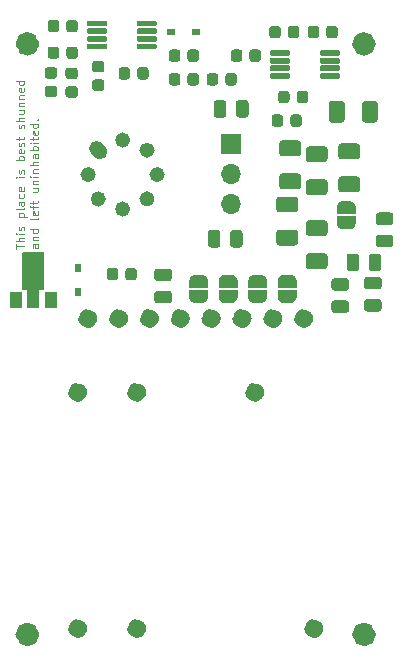
<source format=gbr>
%TF.GenerationSoftware,KiCad,Pcbnew,(5.1.6)-1*%
%TF.CreationDate,2021-07-30T20:13:56+02:00*%
%TF.ProjectId,mu-ltz,6d752d6c-747a-42e6-9b69-6361645f7063,rev?*%
%TF.SameCoordinates,Original*%
%TF.FileFunction,Soldermask,Top*%
%TF.FilePolarity,Negative*%
%FSLAX46Y46*%
G04 Gerber Fmt 4.6, Leading zero omitted, Abs format (unit mm)*
G04 Created by KiCad (PCBNEW (5.1.6)-1) date 2021-07-30 20:13:56*
%MOMM*%
%LPD*%
G01*
G04 APERTURE LIST*
%ADD10C,0.125000*%
%ADD11C,1.400000*%
%ADD12C,1.000000*%
%ADD13C,0.150000*%
%ADD14R,1.000000X1.400000*%
%ADD15R,1.700000X1.700000*%
%ADD16O,1.700000X1.700000*%
%ADD17R,0.700000X0.550000*%
%ADD18R,0.550000X0.700000*%
G04 APERTURE END LIST*
D10*
X102029166Y-64352083D02*
X102029166Y-63952083D01*
X102729166Y-64152083D02*
X102029166Y-64152083D01*
X102729166Y-63718750D02*
X102029166Y-63718750D01*
X102729166Y-63418750D02*
X102362500Y-63418750D01*
X102295833Y-63452083D01*
X102262500Y-63518750D01*
X102262500Y-63618750D01*
X102295833Y-63685416D01*
X102329166Y-63718750D01*
X102729166Y-63085416D02*
X102262500Y-63085416D01*
X102029166Y-63085416D02*
X102062500Y-63118750D01*
X102095833Y-63085416D01*
X102062500Y-63052083D01*
X102029166Y-63085416D01*
X102095833Y-63085416D01*
X102695833Y-62785416D02*
X102729166Y-62718750D01*
X102729166Y-62585416D01*
X102695833Y-62518750D01*
X102629166Y-62485416D01*
X102595833Y-62485416D01*
X102529166Y-62518750D01*
X102495833Y-62585416D01*
X102495833Y-62685416D01*
X102462500Y-62752083D01*
X102395833Y-62785416D01*
X102362500Y-62785416D01*
X102295833Y-62752083D01*
X102262500Y-62685416D01*
X102262500Y-62585416D01*
X102295833Y-62518750D01*
X102262500Y-61652083D02*
X102962500Y-61652083D01*
X102295833Y-61652083D02*
X102262500Y-61585416D01*
X102262500Y-61452083D01*
X102295833Y-61385416D01*
X102329166Y-61352083D01*
X102395833Y-61318750D01*
X102595833Y-61318750D01*
X102662500Y-61352083D01*
X102695833Y-61385416D01*
X102729166Y-61452083D01*
X102729166Y-61585416D01*
X102695833Y-61652083D01*
X102729166Y-60918750D02*
X102695833Y-60985416D01*
X102629166Y-61018750D01*
X102029166Y-61018750D01*
X102729166Y-60352083D02*
X102362500Y-60352083D01*
X102295833Y-60385416D01*
X102262500Y-60452083D01*
X102262500Y-60585416D01*
X102295833Y-60652083D01*
X102695833Y-60352083D02*
X102729166Y-60418750D01*
X102729166Y-60585416D01*
X102695833Y-60652083D01*
X102629166Y-60685416D01*
X102562500Y-60685416D01*
X102495833Y-60652083D01*
X102462500Y-60585416D01*
X102462500Y-60418750D01*
X102429166Y-60352083D01*
X102695833Y-59718750D02*
X102729166Y-59785416D01*
X102729166Y-59918750D01*
X102695833Y-59985416D01*
X102662500Y-60018750D01*
X102595833Y-60052083D01*
X102395833Y-60052083D01*
X102329166Y-60018750D01*
X102295833Y-59985416D01*
X102262500Y-59918750D01*
X102262500Y-59785416D01*
X102295833Y-59718750D01*
X102695833Y-59152083D02*
X102729166Y-59218750D01*
X102729166Y-59352083D01*
X102695833Y-59418750D01*
X102629166Y-59452083D01*
X102362500Y-59452083D01*
X102295833Y-59418750D01*
X102262500Y-59352083D01*
X102262500Y-59218750D01*
X102295833Y-59152083D01*
X102362500Y-59118750D01*
X102429166Y-59118750D01*
X102495833Y-59452083D01*
X102729166Y-58285416D02*
X102262500Y-58285416D01*
X102029166Y-58285416D02*
X102062500Y-58318750D01*
X102095833Y-58285416D01*
X102062500Y-58252083D01*
X102029166Y-58285416D01*
X102095833Y-58285416D01*
X102695833Y-57985416D02*
X102729166Y-57918750D01*
X102729166Y-57785416D01*
X102695833Y-57718750D01*
X102629166Y-57685416D01*
X102595833Y-57685416D01*
X102529166Y-57718750D01*
X102495833Y-57785416D01*
X102495833Y-57885416D01*
X102462500Y-57952083D01*
X102395833Y-57985416D01*
X102362500Y-57985416D01*
X102295833Y-57952083D01*
X102262500Y-57885416D01*
X102262500Y-57785416D01*
X102295833Y-57718750D01*
X102729166Y-56852083D02*
X102029166Y-56852083D01*
X102295833Y-56852083D02*
X102262500Y-56785416D01*
X102262500Y-56652083D01*
X102295833Y-56585416D01*
X102329166Y-56552083D01*
X102395833Y-56518750D01*
X102595833Y-56518750D01*
X102662500Y-56552083D01*
X102695833Y-56585416D01*
X102729166Y-56652083D01*
X102729166Y-56785416D01*
X102695833Y-56852083D01*
X102695833Y-55952083D02*
X102729166Y-56018750D01*
X102729166Y-56152083D01*
X102695833Y-56218750D01*
X102629166Y-56252083D01*
X102362500Y-56252083D01*
X102295833Y-56218750D01*
X102262500Y-56152083D01*
X102262500Y-56018750D01*
X102295833Y-55952083D01*
X102362500Y-55918750D01*
X102429166Y-55918750D01*
X102495833Y-56252083D01*
X102695833Y-55652083D02*
X102729166Y-55585416D01*
X102729166Y-55452083D01*
X102695833Y-55385416D01*
X102629166Y-55352083D01*
X102595833Y-55352083D01*
X102529166Y-55385416D01*
X102495833Y-55452083D01*
X102495833Y-55552083D01*
X102462500Y-55618750D01*
X102395833Y-55652083D01*
X102362500Y-55652083D01*
X102295833Y-55618750D01*
X102262500Y-55552083D01*
X102262500Y-55452083D01*
X102295833Y-55385416D01*
X102262500Y-55152083D02*
X102262500Y-54885416D01*
X102029166Y-55052083D02*
X102629166Y-55052083D01*
X102695833Y-55018750D01*
X102729166Y-54952083D01*
X102729166Y-54885416D01*
X102695833Y-54152083D02*
X102729166Y-54085416D01*
X102729166Y-53952083D01*
X102695833Y-53885416D01*
X102629166Y-53852083D01*
X102595833Y-53852083D01*
X102529166Y-53885416D01*
X102495833Y-53952083D01*
X102495833Y-54052083D01*
X102462500Y-54118750D01*
X102395833Y-54152083D01*
X102362500Y-54152083D01*
X102295833Y-54118750D01*
X102262500Y-54052083D01*
X102262500Y-53952083D01*
X102295833Y-53885416D01*
X102729166Y-53552083D02*
X102029166Y-53552083D01*
X102729166Y-53252083D02*
X102362500Y-53252083D01*
X102295833Y-53285416D01*
X102262500Y-53352083D01*
X102262500Y-53452083D01*
X102295833Y-53518750D01*
X102329166Y-53552083D01*
X102262500Y-52618750D02*
X102729166Y-52618750D01*
X102262500Y-52918750D02*
X102629166Y-52918750D01*
X102695833Y-52885416D01*
X102729166Y-52818750D01*
X102729166Y-52718750D01*
X102695833Y-52652083D01*
X102662500Y-52618750D01*
X102262500Y-52285416D02*
X102729166Y-52285416D01*
X102329166Y-52285416D02*
X102295833Y-52252083D01*
X102262500Y-52185416D01*
X102262500Y-52085416D01*
X102295833Y-52018750D01*
X102362500Y-51985416D01*
X102729166Y-51985416D01*
X102262500Y-51652083D02*
X102729166Y-51652083D01*
X102329166Y-51652083D02*
X102295833Y-51618750D01*
X102262500Y-51552083D01*
X102262500Y-51452083D01*
X102295833Y-51385416D01*
X102362500Y-51352083D01*
X102729166Y-51352083D01*
X102695833Y-50752083D02*
X102729166Y-50818750D01*
X102729166Y-50952083D01*
X102695833Y-51018750D01*
X102629166Y-51052083D01*
X102362500Y-51052083D01*
X102295833Y-51018750D01*
X102262500Y-50952083D01*
X102262500Y-50818750D01*
X102295833Y-50752083D01*
X102362500Y-50718750D01*
X102429166Y-50718750D01*
X102495833Y-51052083D01*
X102729166Y-50118750D02*
X102029166Y-50118750D01*
X102695833Y-50118750D02*
X102729166Y-50185416D01*
X102729166Y-50318750D01*
X102695833Y-50385416D01*
X102662500Y-50418750D01*
X102595833Y-50452083D01*
X102395833Y-50452083D01*
X102329166Y-50418750D01*
X102295833Y-50385416D01*
X102262500Y-50318750D01*
X102262500Y-50185416D01*
X102295833Y-50118750D01*
X103904166Y-63952083D02*
X103537500Y-63952083D01*
X103470833Y-63985416D01*
X103437500Y-64052083D01*
X103437500Y-64185416D01*
X103470833Y-64252083D01*
X103870833Y-63952083D02*
X103904166Y-64018750D01*
X103904166Y-64185416D01*
X103870833Y-64252083D01*
X103804166Y-64285416D01*
X103737500Y-64285416D01*
X103670833Y-64252083D01*
X103637500Y-64185416D01*
X103637500Y-64018750D01*
X103604166Y-63952083D01*
X103437500Y-63618750D02*
X103904166Y-63618750D01*
X103504166Y-63618750D02*
X103470833Y-63585416D01*
X103437500Y-63518750D01*
X103437500Y-63418750D01*
X103470833Y-63352083D01*
X103537500Y-63318750D01*
X103904166Y-63318750D01*
X103904166Y-62685416D02*
X103204166Y-62685416D01*
X103870833Y-62685416D02*
X103904166Y-62752083D01*
X103904166Y-62885416D01*
X103870833Y-62952083D01*
X103837500Y-62985416D01*
X103770833Y-63018750D01*
X103570833Y-63018750D01*
X103504166Y-62985416D01*
X103470833Y-62952083D01*
X103437500Y-62885416D01*
X103437500Y-62752083D01*
X103470833Y-62685416D01*
X103904166Y-61718750D02*
X103870833Y-61785416D01*
X103804166Y-61818750D01*
X103204166Y-61818750D01*
X103870833Y-61185416D02*
X103904166Y-61252083D01*
X103904166Y-61385416D01*
X103870833Y-61452083D01*
X103804166Y-61485416D01*
X103537500Y-61485416D01*
X103470833Y-61452083D01*
X103437500Y-61385416D01*
X103437500Y-61252083D01*
X103470833Y-61185416D01*
X103537500Y-61152083D01*
X103604166Y-61152083D01*
X103670833Y-61485416D01*
X103437500Y-60952083D02*
X103437500Y-60685416D01*
X103904166Y-60852083D02*
X103304166Y-60852083D01*
X103237500Y-60818750D01*
X103204166Y-60752083D01*
X103204166Y-60685416D01*
X103437500Y-60552083D02*
X103437500Y-60285416D01*
X103204166Y-60452083D02*
X103804166Y-60452083D01*
X103870833Y-60418750D01*
X103904166Y-60352083D01*
X103904166Y-60285416D01*
X103437500Y-59218750D02*
X103904166Y-59218750D01*
X103437500Y-59518750D02*
X103804166Y-59518750D01*
X103870833Y-59485416D01*
X103904166Y-59418750D01*
X103904166Y-59318750D01*
X103870833Y-59252083D01*
X103837500Y-59218750D01*
X103437500Y-58885416D02*
X103904166Y-58885416D01*
X103504166Y-58885416D02*
X103470833Y-58852083D01*
X103437500Y-58785416D01*
X103437500Y-58685416D01*
X103470833Y-58618750D01*
X103537500Y-58585416D01*
X103904166Y-58585416D01*
X103904166Y-58252083D02*
X103437500Y-58252083D01*
X103204166Y-58252083D02*
X103237500Y-58285416D01*
X103270833Y-58252083D01*
X103237500Y-58218750D01*
X103204166Y-58252083D01*
X103270833Y-58252083D01*
X103437500Y-57918750D02*
X103904166Y-57918750D01*
X103504166Y-57918750D02*
X103470833Y-57885416D01*
X103437500Y-57818750D01*
X103437500Y-57718750D01*
X103470833Y-57652083D01*
X103537500Y-57618750D01*
X103904166Y-57618750D01*
X103904166Y-57285416D02*
X103204166Y-57285416D01*
X103904166Y-56985416D02*
X103537500Y-56985416D01*
X103470833Y-57018750D01*
X103437500Y-57085416D01*
X103437500Y-57185416D01*
X103470833Y-57252083D01*
X103504166Y-57285416D01*
X103904166Y-56352083D02*
X103537500Y-56352083D01*
X103470833Y-56385416D01*
X103437500Y-56452083D01*
X103437500Y-56585416D01*
X103470833Y-56652083D01*
X103870833Y-56352083D02*
X103904166Y-56418750D01*
X103904166Y-56585416D01*
X103870833Y-56652083D01*
X103804166Y-56685416D01*
X103737500Y-56685416D01*
X103670833Y-56652083D01*
X103637500Y-56585416D01*
X103637500Y-56418750D01*
X103604166Y-56352083D01*
X103904166Y-56018750D02*
X103204166Y-56018750D01*
X103470833Y-56018750D02*
X103437500Y-55952083D01*
X103437500Y-55818750D01*
X103470833Y-55752083D01*
X103504166Y-55718750D01*
X103570833Y-55685416D01*
X103770833Y-55685416D01*
X103837500Y-55718750D01*
X103870833Y-55752083D01*
X103904166Y-55818750D01*
X103904166Y-55952083D01*
X103870833Y-56018750D01*
X103904166Y-55385416D02*
X103437500Y-55385416D01*
X103204166Y-55385416D02*
X103237500Y-55418750D01*
X103270833Y-55385416D01*
X103237500Y-55352083D01*
X103204166Y-55385416D01*
X103270833Y-55385416D01*
X103437500Y-55152083D02*
X103437500Y-54885416D01*
X103204166Y-55052083D02*
X103804166Y-55052083D01*
X103870833Y-55018750D01*
X103904166Y-54952083D01*
X103904166Y-54885416D01*
X103870833Y-54385416D02*
X103904166Y-54452083D01*
X103904166Y-54585416D01*
X103870833Y-54652083D01*
X103804166Y-54685416D01*
X103537500Y-54685416D01*
X103470833Y-54652083D01*
X103437500Y-54585416D01*
X103437500Y-54452083D01*
X103470833Y-54385416D01*
X103537500Y-54352083D01*
X103604166Y-54352083D01*
X103670833Y-54685416D01*
X103904166Y-53752083D02*
X103204166Y-53752083D01*
X103870833Y-53752083D02*
X103904166Y-53818750D01*
X103904166Y-53952083D01*
X103870833Y-54018750D01*
X103837500Y-54052083D01*
X103770833Y-54085416D01*
X103570833Y-54085416D01*
X103504166Y-54052083D01*
X103470833Y-54018750D01*
X103437500Y-53952083D01*
X103437500Y-53818750D01*
X103470833Y-53752083D01*
X103837500Y-53418750D02*
X103870833Y-53385416D01*
X103904166Y-53418750D01*
X103870833Y-53452083D01*
X103837500Y-53418750D01*
X103904166Y-53418750D01*
D11*
X126489000Y-70250000D02*
G75*
G03*
X126489000Y-70250000I-100000J0D01*
G01*
X123878000Y-70250000D02*
G75*
G03*
X123878000Y-70250000I-100000J0D01*
G01*
X121267000Y-70250000D02*
G75*
G03*
X121267000Y-70250000I-100000J0D01*
G01*
X118656000Y-70250000D02*
G75*
G03*
X118656000Y-70250000I-100000J0D01*
G01*
X116044000Y-70250000D02*
G75*
G03*
X116044000Y-70250000I-100000J0D01*
G01*
X113433000Y-70250000D02*
G75*
G03*
X113433000Y-70250000I-100000J0D01*
G01*
X110822000Y-70250000D02*
G75*
G03*
X110822000Y-70250000I-100000J0D01*
G01*
X108211000Y-70250000D02*
G75*
G03*
X108211000Y-70250000I-100000J0D01*
G01*
D12*
X103500000Y-47000000D02*
G75*
G03*
X103500000Y-47000000I-500000J0D01*
G01*
X132000000Y-47000000D02*
G75*
G03*
X132000000Y-47000000I-500000J0D01*
G01*
D11*
X127350000Y-96500000D02*
G75*
G03*
X127350000Y-96500000I-100000J0D01*
G01*
X112350000Y-96500000D02*
G75*
G03*
X112350000Y-96500000I-100000J0D01*
G01*
X107350000Y-96500000D02*
G75*
G03*
X107350000Y-96500000I-100000J0D01*
G01*
X122350000Y-76500000D02*
G75*
G03*
X122350000Y-76500000I-100000J0D01*
G01*
X112350000Y-76500000D02*
G75*
G03*
X112350000Y-76500000I-100000J0D01*
G01*
X107350000Y-76500000D02*
G75*
G03*
X107350000Y-76500000I-100000J0D01*
G01*
D12*
X103500000Y-97000000D02*
G75*
G03*
X103500000Y-97000000I-500000J0D01*
G01*
X132000000Y-97000000D02*
G75*
G03*
X132000000Y-97000000I-500000J0D01*
G01*
%TO.C,R10*%
G36*
G01*
X121200000Y-47718750D02*
X121200000Y-48281250D01*
G75*
G02*
X120956250Y-48525000I-243750J0D01*
G01*
X120468750Y-48525000D01*
G75*
G02*
X120225000Y-48281250I0J243750D01*
G01*
X120225000Y-47718750D01*
G75*
G02*
X120468750Y-47475000I243750J0D01*
G01*
X120956250Y-47475000D01*
G75*
G02*
X121200000Y-47718750I0J-243750D01*
G01*
G37*
G36*
G01*
X122775000Y-47718750D02*
X122775000Y-48281250D01*
G75*
G02*
X122531250Y-48525000I-243750J0D01*
G01*
X122043750Y-48525000D01*
G75*
G02*
X121800000Y-48281250I0J243750D01*
G01*
X121800000Y-47718750D01*
G75*
G02*
X122043750Y-47475000I243750J0D01*
G01*
X122531250Y-47475000D01*
G75*
G02*
X122775000Y-47718750I0J-243750D01*
G01*
G37*
%TD*%
D13*
%TO.C,Q1*%
G36*
X102584461Y-64690245D02*
G01*
X102587306Y-64680866D01*
X102591927Y-64672221D01*
X102598145Y-64664645D01*
X102605721Y-64658427D01*
X102614366Y-64653806D01*
X102623745Y-64650961D01*
X102633500Y-64650000D01*
X104366500Y-64650000D01*
X104376255Y-64650961D01*
X104385634Y-64653806D01*
X104394279Y-64658427D01*
X104401855Y-64664645D01*
X104408073Y-64672221D01*
X104412694Y-64680866D01*
X104415539Y-64690245D01*
X104416500Y-64700000D01*
X104416500Y-67825000D01*
X104415539Y-67834755D01*
X104412694Y-67844134D01*
X104408073Y-67852779D01*
X104401855Y-67860355D01*
X104394279Y-67866573D01*
X104385634Y-67871194D01*
X104376255Y-67874039D01*
X104366500Y-67875000D01*
X104000000Y-67875000D01*
X104000000Y-69300000D01*
X103999039Y-69309755D01*
X103996194Y-69319134D01*
X103991573Y-69327779D01*
X103985355Y-69335355D01*
X103977779Y-69341573D01*
X103969134Y-69346194D01*
X103959755Y-69349039D01*
X103950000Y-69350000D01*
X103050000Y-69350000D01*
X103040245Y-69349039D01*
X103030866Y-69346194D01*
X103022221Y-69341573D01*
X103014645Y-69335355D01*
X103008427Y-69327779D01*
X103003806Y-69319134D01*
X103000961Y-69309755D01*
X103000000Y-69300000D01*
X103000000Y-67875000D01*
X102633500Y-67875000D01*
X102623745Y-67874039D01*
X102614366Y-67871194D01*
X102605721Y-67866573D01*
X102598145Y-67860355D01*
X102591927Y-67852779D01*
X102587306Y-67844134D01*
X102584461Y-67834755D01*
X102583500Y-67825000D01*
X102583500Y-64700000D01*
X102584461Y-64690245D01*
G37*
D14*
X105000000Y-68650000D03*
X102000000Y-68650000D03*
%TD*%
%TO.C,C6*%
G36*
G01*
X132731250Y-67787500D02*
X131768750Y-67787500D01*
G75*
G02*
X131500000Y-67518750I0J268750D01*
G01*
X131500000Y-66981250D01*
G75*
G02*
X131768750Y-66712500I268750J0D01*
G01*
X132731250Y-66712500D01*
G75*
G02*
X133000000Y-66981250I0J-268750D01*
G01*
X133000000Y-67518750D01*
G75*
G02*
X132731250Y-67787500I-268750J0D01*
G01*
G37*
G36*
G01*
X132731250Y-69662500D02*
X131768750Y-69662500D01*
G75*
G02*
X131500000Y-69393750I0J268750D01*
G01*
X131500000Y-68856250D01*
G75*
G02*
X131768750Y-68587500I268750J0D01*
G01*
X132731250Y-68587500D01*
G75*
G02*
X133000000Y-68856250I0J-268750D01*
G01*
X133000000Y-69393750D01*
G75*
G02*
X132731250Y-69662500I-268750J0D01*
G01*
G37*
%TD*%
D13*
%TO.C,JP3*%
G36*
X121700602Y-67093889D02*
G01*
X121700602Y-67075466D01*
X121700843Y-67070565D01*
X121705653Y-67021734D01*
X121706373Y-67016881D01*
X121715945Y-66968756D01*
X121717137Y-66963995D01*
X121731381Y-66917040D01*
X121733034Y-66912421D01*
X121751811Y-66867088D01*
X121753909Y-66862651D01*
X121777040Y-66819378D01*
X121779562Y-66815171D01*
X121806822Y-66774372D01*
X121809746Y-66770430D01*
X121840874Y-66732501D01*
X121844169Y-66728866D01*
X121878866Y-66694169D01*
X121882501Y-66690874D01*
X121920430Y-66659746D01*
X121924372Y-66656822D01*
X121965171Y-66629562D01*
X121969378Y-66627040D01*
X122012651Y-66603909D01*
X122017088Y-66601811D01*
X122062421Y-66583034D01*
X122067040Y-66581381D01*
X122113995Y-66567137D01*
X122118756Y-66565945D01*
X122166881Y-66556373D01*
X122171734Y-66555653D01*
X122220565Y-66550843D01*
X122225466Y-66550602D01*
X122243889Y-66550602D01*
X122250000Y-66550000D01*
X122750000Y-66550000D01*
X122756111Y-66550602D01*
X122774534Y-66550602D01*
X122779435Y-66550843D01*
X122828266Y-66555653D01*
X122833119Y-66556373D01*
X122881244Y-66565945D01*
X122886005Y-66567137D01*
X122932960Y-66581381D01*
X122937579Y-66583034D01*
X122982912Y-66601811D01*
X122987349Y-66603909D01*
X123030622Y-66627040D01*
X123034829Y-66629562D01*
X123075628Y-66656822D01*
X123079570Y-66659746D01*
X123117499Y-66690874D01*
X123121134Y-66694169D01*
X123155831Y-66728866D01*
X123159126Y-66732501D01*
X123190254Y-66770430D01*
X123193178Y-66774372D01*
X123220438Y-66815171D01*
X123222960Y-66819378D01*
X123246091Y-66862651D01*
X123248189Y-66867088D01*
X123266966Y-66912421D01*
X123268619Y-66917040D01*
X123282863Y-66963995D01*
X123284055Y-66968756D01*
X123293627Y-67016881D01*
X123294347Y-67021734D01*
X123299157Y-67070565D01*
X123299398Y-67075466D01*
X123299398Y-67093889D01*
X123300000Y-67100000D01*
X123300000Y-67600000D01*
X123299039Y-67609755D01*
X123296194Y-67619134D01*
X123291573Y-67627779D01*
X123285355Y-67635355D01*
X123277779Y-67641573D01*
X123269134Y-67646194D01*
X123259755Y-67649039D01*
X123250000Y-67650000D01*
X121750000Y-67650000D01*
X121740245Y-67649039D01*
X121730866Y-67646194D01*
X121722221Y-67641573D01*
X121714645Y-67635355D01*
X121708427Y-67627779D01*
X121703806Y-67619134D01*
X121700961Y-67609755D01*
X121700000Y-67600000D01*
X121700000Y-67100000D01*
X121700602Y-67093889D01*
G37*
G36*
X121700961Y-67890245D02*
G01*
X121703806Y-67880866D01*
X121708427Y-67872221D01*
X121714645Y-67864645D01*
X121722221Y-67858427D01*
X121730866Y-67853806D01*
X121740245Y-67850961D01*
X121750000Y-67850000D01*
X123250000Y-67850000D01*
X123259755Y-67850961D01*
X123269134Y-67853806D01*
X123277779Y-67858427D01*
X123285355Y-67864645D01*
X123291573Y-67872221D01*
X123296194Y-67880866D01*
X123299039Y-67890245D01*
X123300000Y-67900000D01*
X123300000Y-68400000D01*
X123299398Y-68406111D01*
X123299398Y-68424534D01*
X123299157Y-68429435D01*
X123294347Y-68478266D01*
X123293627Y-68483119D01*
X123284055Y-68531244D01*
X123282863Y-68536005D01*
X123268619Y-68582960D01*
X123266966Y-68587579D01*
X123248189Y-68632912D01*
X123246091Y-68637349D01*
X123222960Y-68680622D01*
X123220438Y-68684829D01*
X123193178Y-68725628D01*
X123190254Y-68729570D01*
X123159126Y-68767499D01*
X123155831Y-68771134D01*
X123121134Y-68805831D01*
X123117499Y-68809126D01*
X123079570Y-68840254D01*
X123075628Y-68843178D01*
X123034829Y-68870438D01*
X123030622Y-68872960D01*
X122987349Y-68896091D01*
X122982912Y-68898189D01*
X122937579Y-68916966D01*
X122932960Y-68918619D01*
X122886005Y-68932863D01*
X122881244Y-68934055D01*
X122833119Y-68943627D01*
X122828266Y-68944347D01*
X122779435Y-68949157D01*
X122774534Y-68949398D01*
X122756111Y-68949398D01*
X122750000Y-68950000D01*
X122250000Y-68950000D01*
X122243889Y-68949398D01*
X122225466Y-68949398D01*
X122220565Y-68949157D01*
X122171734Y-68944347D01*
X122166881Y-68943627D01*
X122118756Y-68934055D01*
X122113995Y-68932863D01*
X122067040Y-68918619D01*
X122062421Y-68916966D01*
X122017088Y-68898189D01*
X122012651Y-68896091D01*
X121969378Y-68872960D01*
X121965171Y-68870438D01*
X121924372Y-68843178D01*
X121920430Y-68840254D01*
X121882501Y-68809126D01*
X121878866Y-68805831D01*
X121844169Y-68771134D01*
X121840874Y-68767499D01*
X121809746Y-68729570D01*
X121806822Y-68725628D01*
X121779562Y-68684829D01*
X121777040Y-68680622D01*
X121753909Y-68637349D01*
X121751811Y-68632912D01*
X121733034Y-68587579D01*
X121731381Y-68582960D01*
X121717137Y-68536005D01*
X121715945Y-68531244D01*
X121706373Y-68483119D01*
X121705653Y-68478266D01*
X121700843Y-68429435D01*
X121700602Y-68424534D01*
X121700602Y-68406111D01*
X121700000Y-68400000D01*
X121700000Y-67900000D01*
X121700961Y-67890245D01*
G37*
%TD*%
%TO.C,C8*%
G36*
G01*
X112300000Y-49781250D02*
X112300000Y-49218750D01*
G75*
G02*
X112543750Y-48975000I243750J0D01*
G01*
X113031250Y-48975000D01*
G75*
G02*
X113275000Y-49218750I0J-243750D01*
G01*
X113275000Y-49781250D01*
G75*
G02*
X113031250Y-50025000I-243750J0D01*
G01*
X112543750Y-50025000D01*
G75*
G02*
X112300000Y-49781250I0J243750D01*
G01*
G37*
G36*
G01*
X110725000Y-49781250D02*
X110725000Y-49218750D01*
G75*
G02*
X110968750Y-48975000I243750J0D01*
G01*
X111456250Y-48975000D01*
G75*
G02*
X111700000Y-49218750I0J-243750D01*
G01*
X111700000Y-49781250D01*
G75*
G02*
X111456250Y-50025000I-243750J0D01*
G01*
X110968750Y-50025000D01*
G75*
G02*
X110725000Y-49781250I0J243750D01*
G01*
G37*
%TD*%
%TO.C,U1*%
G36*
G01*
X110605133Y-54685133D02*
X110605133Y-54685133D01*
G75*
G02*
X111524371Y-54685133I459619J-459619D01*
G01*
X111524371Y-54685133D01*
G75*
G02*
X111524371Y-55604371I-459619J-459619D01*
G01*
X111524371Y-55604371D01*
G75*
G02*
X110605133Y-55604371I-459619J459619D01*
G01*
X110605133Y-55604371D01*
G75*
G02*
X110605133Y-54685133I459619J459619D01*
G01*
G37*
G36*
G01*
X112669885Y-55540381D02*
X112669885Y-55540381D01*
G75*
G02*
X113589123Y-55540381I459619J-459619D01*
G01*
X113589123Y-55540381D01*
G75*
G02*
X113589123Y-56459619I-459619J-459619D01*
G01*
X113589123Y-56459619D01*
G75*
G02*
X112669885Y-56459619I-459619J459619D01*
G01*
X112669885Y-56459619D01*
G75*
G02*
X112669885Y-55540381I459619J459619D01*
G01*
G37*
G36*
G01*
X113525133Y-57605133D02*
X113525133Y-57605133D01*
G75*
G02*
X114444371Y-57605133I459619J-459619D01*
G01*
X114444371Y-57605133D01*
G75*
G02*
X114444371Y-58524371I-459619J-459619D01*
G01*
X114444371Y-58524371D01*
G75*
G02*
X113525133Y-58524371I-459619J459619D01*
G01*
X113525133Y-58524371D01*
G75*
G02*
X113525133Y-57605133I459619J459619D01*
G01*
G37*
G36*
G01*
X112669885Y-59669885D02*
X112669885Y-59669885D01*
G75*
G02*
X113589123Y-59669885I459619J-459619D01*
G01*
X113589123Y-59669885D01*
G75*
G02*
X113589123Y-60589123I-459619J-459619D01*
G01*
X113589123Y-60589123D01*
G75*
G02*
X112669885Y-60589123I-459619J459619D01*
G01*
X112669885Y-60589123D01*
G75*
G02*
X112669885Y-59669885I459619J459619D01*
G01*
G37*
G36*
G01*
X110605133Y-60525133D02*
X110605133Y-60525133D01*
G75*
G02*
X111524371Y-60525133I459619J-459619D01*
G01*
X111524371Y-60525133D01*
G75*
G02*
X111524371Y-61444371I-459619J-459619D01*
G01*
X111524371Y-61444371D01*
G75*
G02*
X110605133Y-61444371I-459619J459619D01*
G01*
X110605133Y-61444371D01*
G75*
G02*
X110605133Y-60525133I459619J459619D01*
G01*
G37*
G36*
G01*
X108540381Y-59669885D02*
X108540381Y-59669885D01*
G75*
G02*
X109459619Y-59669885I459619J-459619D01*
G01*
X109459619Y-59669885D01*
G75*
G02*
X109459619Y-60589123I-459619J-459619D01*
G01*
X109459619Y-60589123D01*
G75*
G02*
X108540381Y-60589123I-459619J459619D01*
G01*
X108540381Y-60589123D01*
G75*
G02*
X108540381Y-59669885I459619J459619D01*
G01*
G37*
G36*
G01*
X107685133Y-57605133D02*
X107685133Y-57605133D01*
G75*
G02*
X108604371Y-57605133I459619J-459619D01*
G01*
X108604371Y-57605133D01*
G75*
G02*
X108604371Y-58524371I-459619J-459619D01*
G01*
X108604371Y-58524371D01*
G75*
G02*
X107685133Y-58524371I-459619J459619D01*
G01*
X107685133Y-58524371D01*
G75*
G02*
X107685133Y-57605133I459619J459619D01*
G01*
G37*
G36*
G01*
X108398959Y-55398959D02*
X108398960Y-55398960D01*
G75*
G02*
X109318198Y-55398960I459619J-459619D01*
G01*
X109601040Y-55681802D01*
G75*
G02*
X109601040Y-56601040I-459619J-459619D01*
G01*
X109601040Y-56601040D01*
G75*
G02*
X108681802Y-56601040I-459619J459619D01*
G01*
X108398960Y-56318198D01*
G75*
G02*
X108398960Y-55398960I459619J459619D01*
G01*
G37*
%TD*%
%TO.C,U3*%
G36*
G01*
X127750000Y-47900000D02*
X127750000Y-47650000D01*
G75*
G02*
X127875000Y-47525000I125000J0D01*
G01*
X129350000Y-47525000D01*
G75*
G02*
X129475000Y-47650000I0J-125000D01*
G01*
X129475000Y-47900000D01*
G75*
G02*
X129350000Y-48025000I-125000J0D01*
G01*
X127875000Y-48025000D01*
G75*
G02*
X127750000Y-47900000I0J125000D01*
G01*
G37*
G36*
G01*
X127750000Y-48550000D02*
X127750000Y-48300000D01*
G75*
G02*
X127875000Y-48175000I125000J0D01*
G01*
X129350000Y-48175000D01*
G75*
G02*
X129475000Y-48300000I0J-125000D01*
G01*
X129475000Y-48550000D01*
G75*
G02*
X129350000Y-48675000I-125000J0D01*
G01*
X127875000Y-48675000D01*
G75*
G02*
X127750000Y-48550000I0J125000D01*
G01*
G37*
G36*
G01*
X127750000Y-49200000D02*
X127750000Y-48950000D01*
G75*
G02*
X127875000Y-48825000I125000J0D01*
G01*
X129350000Y-48825000D01*
G75*
G02*
X129475000Y-48950000I0J-125000D01*
G01*
X129475000Y-49200000D01*
G75*
G02*
X129350000Y-49325000I-125000J0D01*
G01*
X127875000Y-49325000D01*
G75*
G02*
X127750000Y-49200000I0J125000D01*
G01*
G37*
G36*
G01*
X127750000Y-49850000D02*
X127750000Y-49600000D01*
G75*
G02*
X127875000Y-49475000I125000J0D01*
G01*
X129350000Y-49475000D01*
G75*
G02*
X129475000Y-49600000I0J-125000D01*
G01*
X129475000Y-49850000D01*
G75*
G02*
X129350000Y-49975000I-125000J0D01*
G01*
X127875000Y-49975000D01*
G75*
G02*
X127750000Y-49850000I0J125000D01*
G01*
G37*
G36*
G01*
X123525000Y-49850000D02*
X123525000Y-49600000D01*
G75*
G02*
X123650000Y-49475000I125000J0D01*
G01*
X125125000Y-49475000D01*
G75*
G02*
X125250000Y-49600000I0J-125000D01*
G01*
X125250000Y-49850000D01*
G75*
G02*
X125125000Y-49975000I-125000J0D01*
G01*
X123650000Y-49975000D01*
G75*
G02*
X123525000Y-49850000I0J125000D01*
G01*
G37*
G36*
G01*
X123525000Y-49200000D02*
X123525000Y-48950000D01*
G75*
G02*
X123650000Y-48825000I125000J0D01*
G01*
X125125000Y-48825000D01*
G75*
G02*
X125250000Y-48950000I0J-125000D01*
G01*
X125250000Y-49200000D01*
G75*
G02*
X125125000Y-49325000I-125000J0D01*
G01*
X123650000Y-49325000D01*
G75*
G02*
X123525000Y-49200000I0J125000D01*
G01*
G37*
G36*
G01*
X123525000Y-48550000D02*
X123525000Y-48300000D01*
G75*
G02*
X123650000Y-48175000I125000J0D01*
G01*
X125125000Y-48175000D01*
G75*
G02*
X125250000Y-48300000I0J-125000D01*
G01*
X125250000Y-48550000D01*
G75*
G02*
X125125000Y-48675000I-125000J0D01*
G01*
X123650000Y-48675000D01*
G75*
G02*
X123525000Y-48550000I0J125000D01*
G01*
G37*
G36*
G01*
X123525000Y-47900000D02*
X123525000Y-47650000D01*
G75*
G02*
X123650000Y-47525000I125000J0D01*
G01*
X125125000Y-47525000D01*
G75*
G02*
X125250000Y-47650000I0J-125000D01*
G01*
X125250000Y-47900000D01*
G75*
G02*
X125125000Y-48025000I-125000J0D01*
G01*
X123650000Y-48025000D01*
G75*
G02*
X123525000Y-47900000I0J125000D01*
G01*
G37*
%TD*%
%TO.C,U2*%
G36*
G01*
X112250000Y-45400000D02*
X112250000Y-45150000D01*
G75*
G02*
X112375000Y-45025000I125000J0D01*
G01*
X113850000Y-45025000D01*
G75*
G02*
X113975000Y-45150000I0J-125000D01*
G01*
X113975000Y-45400000D01*
G75*
G02*
X113850000Y-45525000I-125000J0D01*
G01*
X112375000Y-45525000D01*
G75*
G02*
X112250000Y-45400000I0J125000D01*
G01*
G37*
G36*
G01*
X112250000Y-46050000D02*
X112250000Y-45800000D01*
G75*
G02*
X112375000Y-45675000I125000J0D01*
G01*
X113850000Y-45675000D01*
G75*
G02*
X113975000Y-45800000I0J-125000D01*
G01*
X113975000Y-46050000D01*
G75*
G02*
X113850000Y-46175000I-125000J0D01*
G01*
X112375000Y-46175000D01*
G75*
G02*
X112250000Y-46050000I0J125000D01*
G01*
G37*
G36*
G01*
X112250000Y-46700000D02*
X112250000Y-46450000D01*
G75*
G02*
X112375000Y-46325000I125000J0D01*
G01*
X113850000Y-46325000D01*
G75*
G02*
X113975000Y-46450000I0J-125000D01*
G01*
X113975000Y-46700000D01*
G75*
G02*
X113850000Y-46825000I-125000J0D01*
G01*
X112375000Y-46825000D01*
G75*
G02*
X112250000Y-46700000I0J125000D01*
G01*
G37*
G36*
G01*
X112250000Y-47350000D02*
X112250000Y-47100000D01*
G75*
G02*
X112375000Y-46975000I125000J0D01*
G01*
X113850000Y-46975000D01*
G75*
G02*
X113975000Y-47100000I0J-125000D01*
G01*
X113975000Y-47350000D01*
G75*
G02*
X113850000Y-47475000I-125000J0D01*
G01*
X112375000Y-47475000D01*
G75*
G02*
X112250000Y-47350000I0J125000D01*
G01*
G37*
G36*
G01*
X108025000Y-47350000D02*
X108025000Y-47100000D01*
G75*
G02*
X108150000Y-46975000I125000J0D01*
G01*
X109625000Y-46975000D01*
G75*
G02*
X109750000Y-47100000I0J-125000D01*
G01*
X109750000Y-47350000D01*
G75*
G02*
X109625000Y-47475000I-125000J0D01*
G01*
X108150000Y-47475000D01*
G75*
G02*
X108025000Y-47350000I0J125000D01*
G01*
G37*
G36*
G01*
X108025000Y-46700000D02*
X108025000Y-46450000D01*
G75*
G02*
X108150000Y-46325000I125000J0D01*
G01*
X109625000Y-46325000D01*
G75*
G02*
X109750000Y-46450000I0J-125000D01*
G01*
X109750000Y-46700000D01*
G75*
G02*
X109625000Y-46825000I-125000J0D01*
G01*
X108150000Y-46825000D01*
G75*
G02*
X108025000Y-46700000I0J125000D01*
G01*
G37*
G36*
G01*
X108025000Y-46050000D02*
X108025000Y-45800000D01*
G75*
G02*
X108150000Y-45675000I125000J0D01*
G01*
X109625000Y-45675000D01*
G75*
G02*
X109750000Y-45800000I0J-125000D01*
G01*
X109750000Y-46050000D01*
G75*
G02*
X109625000Y-46175000I-125000J0D01*
G01*
X108150000Y-46175000D01*
G75*
G02*
X108025000Y-46050000I0J125000D01*
G01*
G37*
G36*
G01*
X108025000Y-45400000D02*
X108025000Y-45150000D01*
G75*
G02*
X108150000Y-45025000I125000J0D01*
G01*
X109625000Y-45025000D01*
G75*
G02*
X109750000Y-45150000I0J-125000D01*
G01*
X109750000Y-45400000D01*
G75*
G02*
X109625000Y-45525000I-125000J0D01*
G01*
X108150000Y-45525000D01*
G75*
G02*
X108025000Y-45400000I0J125000D01*
G01*
G37*
%TD*%
D15*
%TO.C,RN1*%
X120250000Y-55500000D03*
D16*
X120250000Y-60580000D03*
X120250000Y-58040000D03*
%TD*%
%TO.C,R22*%
G36*
G01*
X129595000Y-58225000D02*
X130905000Y-58225000D01*
G75*
G02*
X131175000Y-58495000I0J-270000D01*
G01*
X131175000Y-59305000D01*
G75*
G02*
X130905000Y-59575000I-270000J0D01*
G01*
X129595000Y-59575000D01*
G75*
G02*
X129325000Y-59305000I0J270000D01*
G01*
X129325000Y-58495000D01*
G75*
G02*
X129595000Y-58225000I270000J0D01*
G01*
G37*
G36*
G01*
X129595000Y-55425000D02*
X130905000Y-55425000D01*
G75*
G02*
X131175000Y-55695000I0J-270000D01*
G01*
X131175000Y-56505000D01*
G75*
G02*
X130905000Y-56775000I-270000J0D01*
G01*
X129595000Y-56775000D01*
G75*
G02*
X129325000Y-56505000I0J270000D01*
G01*
X129325000Y-55695000D01*
G75*
G02*
X129595000Y-55425000I270000J0D01*
G01*
G37*
%TD*%
%TO.C,R21*%
G36*
G01*
X125905000Y-56525000D02*
X124595000Y-56525000D01*
G75*
G02*
X124325000Y-56255000I0J270000D01*
G01*
X124325000Y-55445000D01*
G75*
G02*
X124595000Y-55175000I270000J0D01*
G01*
X125905000Y-55175000D01*
G75*
G02*
X126175000Y-55445000I0J-270000D01*
G01*
X126175000Y-56255000D01*
G75*
G02*
X125905000Y-56525000I-270000J0D01*
G01*
G37*
G36*
G01*
X125905000Y-59325000D02*
X124595000Y-59325000D01*
G75*
G02*
X124325000Y-59055000I0J270000D01*
G01*
X124325000Y-58245000D01*
G75*
G02*
X124595000Y-57975000I270000J0D01*
G01*
X125905000Y-57975000D01*
G75*
G02*
X126175000Y-58245000I0J-270000D01*
G01*
X126175000Y-59055000D01*
G75*
G02*
X125905000Y-59325000I-270000J0D01*
G01*
G37*
%TD*%
%TO.C,R20*%
G36*
G01*
X131325000Y-53405000D02*
X131325000Y-52095000D01*
G75*
G02*
X131595000Y-51825000I270000J0D01*
G01*
X132405000Y-51825000D01*
G75*
G02*
X132675000Y-52095000I0J-270000D01*
G01*
X132675000Y-53405000D01*
G75*
G02*
X132405000Y-53675000I-270000J0D01*
G01*
X131595000Y-53675000D01*
G75*
G02*
X131325000Y-53405000I0J270000D01*
G01*
G37*
G36*
G01*
X128525000Y-53405000D02*
X128525000Y-52095000D01*
G75*
G02*
X128795000Y-51825000I270000J0D01*
G01*
X129605000Y-51825000D01*
G75*
G02*
X129875000Y-52095000I0J-270000D01*
G01*
X129875000Y-53405000D01*
G75*
G02*
X129605000Y-53675000I-270000J0D01*
G01*
X128795000Y-53675000D01*
G75*
G02*
X128525000Y-53405000I0J270000D01*
G01*
G37*
%TD*%
%TO.C,R18*%
G36*
G01*
X128155000Y-57025000D02*
X126845000Y-57025000D01*
G75*
G02*
X126575000Y-56755000I0J270000D01*
G01*
X126575000Y-55945000D01*
G75*
G02*
X126845000Y-55675000I270000J0D01*
G01*
X128155000Y-55675000D01*
G75*
G02*
X128425000Y-55945000I0J-270000D01*
G01*
X128425000Y-56755000D01*
G75*
G02*
X128155000Y-57025000I-270000J0D01*
G01*
G37*
G36*
G01*
X128155000Y-59825000D02*
X126845000Y-59825000D01*
G75*
G02*
X126575000Y-59555000I0J270000D01*
G01*
X126575000Y-58745000D01*
G75*
G02*
X126845000Y-58475000I270000J0D01*
G01*
X128155000Y-58475000D01*
G75*
G02*
X128425000Y-58745000I0J-270000D01*
G01*
X128425000Y-59555000D01*
G75*
G02*
X128155000Y-59825000I-270000J0D01*
G01*
G37*
%TD*%
%TO.C,R15*%
G36*
G01*
X125655000Y-61275000D02*
X124345000Y-61275000D01*
G75*
G02*
X124075000Y-61005000I0J270000D01*
G01*
X124075000Y-60195000D01*
G75*
G02*
X124345000Y-59925000I270000J0D01*
G01*
X125655000Y-59925000D01*
G75*
G02*
X125925000Y-60195000I0J-270000D01*
G01*
X125925000Y-61005000D01*
G75*
G02*
X125655000Y-61275000I-270000J0D01*
G01*
G37*
G36*
G01*
X125655000Y-64075000D02*
X124345000Y-64075000D01*
G75*
G02*
X124075000Y-63805000I0J270000D01*
G01*
X124075000Y-62995000D01*
G75*
G02*
X124345000Y-62725000I270000J0D01*
G01*
X125655000Y-62725000D01*
G75*
G02*
X125925000Y-62995000I0J-270000D01*
G01*
X125925000Y-63805000D01*
G75*
G02*
X125655000Y-64075000I-270000J0D01*
G01*
G37*
%TD*%
%TO.C,R14*%
G36*
G01*
X126845000Y-64725000D02*
X128155000Y-64725000D01*
G75*
G02*
X128425000Y-64995000I0J-270000D01*
G01*
X128425000Y-65805000D01*
G75*
G02*
X128155000Y-66075000I-270000J0D01*
G01*
X126845000Y-66075000D01*
G75*
G02*
X126575000Y-65805000I0J270000D01*
G01*
X126575000Y-64995000D01*
G75*
G02*
X126845000Y-64725000I270000J0D01*
G01*
G37*
G36*
G01*
X126845000Y-61925000D02*
X128155000Y-61925000D01*
G75*
G02*
X128425000Y-62195000I0J-270000D01*
G01*
X128425000Y-63005000D01*
G75*
G02*
X128155000Y-63275000I-270000J0D01*
G01*
X126845000Y-63275000D01*
G75*
G02*
X126575000Y-63005000I0J270000D01*
G01*
X126575000Y-62195000D01*
G75*
G02*
X126845000Y-61925000I270000J0D01*
G01*
G37*
%TD*%
%TO.C,R12*%
G36*
G01*
X125262500Y-53781250D02*
X125262500Y-53218750D01*
G75*
G02*
X125506250Y-52975000I243750J0D01*
G01*
X125993750Y-52975000D01*
G75*
G02*
X126237500Y-53218750I0J-243750D01*
G01*
X126237500Y-53781250D01*
G75*
G02*
X125993750Y-54025000I-243750J0D01*
G01*
X125506250Y-54025000D01*
G75*
G02*
X125262500Y-53781250I0J243750D01*
G01*
G37*
G36*
G01*
X123687500Y-53781250D02*
X123687500Y-53218750D01*
G75*
G02*
X123931250Y-52975000I243750J0D01*
G01*
X124418750Y-52975000D01*
G75*
G02*
X124662500Y-53218750I0J-243750D01*
G01*
X124662500Y-53781250D01*
G75*
G02*
X124418750Y-54025000I-243750J0D01*
G01*
X123931250Y-54025000D01*
G75*
G02*
X123687500Y-53781250I0J243750D01*
G01*
G37*
%TD*%
%TO.C,R7*%
G36*
G01*
X108718750Y-50012500D02*
X109281250Y-50012500D01*
G75*
G02*
X109525000Y-50256250I0J-243750D01*
G01*
X109525000Y-50743750D01*
G75*
G02*
X109281250Y-50987500I-243750J0D01*
G01*
X108718750Y-50987500D01*
G75*
G02*
X108475000Y-50743750I0J243750D01*
G01*
X108475000Y-50256250D01*
G75*
G02*
X108718750Y-50012500I243750J0D01*
G01*
G37*
G36*
G01*
X108718750Y-48437500D02*
X109281250Y-48437500D01*
G75*
G02*
X109525000Y-48681250I0J-243750D01*
G01*
X109525000Y-49168750D01*
G75*
G02*
X109281250Y-49412500I-243750J0D01*
G01*
X108718750Y-49412500D01*
G75*
G02*
X108475000Y-49168750I0J243750D01*
G01*
X108475000Y-48681250D01*
G75*
G02*
X108718750Y-48437500I243750J0D01*
G01*
G37*
%TD*%
%TO.C,R6*%
G36*
G01*
X111300000Y-66781250D02*
X111300000Y-66218750D01*
G75*
G02*
X111543750Y-65975000I243750J0D01*
G01*
X112031250Y-65975000D01*
G75*
G02*
X112275000Y-66218750I0J-243750D01*
G01*
X112275000Y-66781250D01*
G75*
G02*
X112031250Y-67025000I-243750J0D01*
G01*
X111543750Y-67025000D01*
G75*
G02*
X111300000Y-66781250I0J243750D01*
G01*
G37*
G36*
G01*
X109725000Y-66781250D02*
X109725000Y-66218750D01*
G75*
G02*
X109968750Y-65975000I243750J0D01*
G01*
X110456250Y-65975000D01*
G75*
G02*
X110700000Y-66218750I0J-243750D01*
G01*
X110700000Y-66781250D01*
G75*
G02*
X110456250Y-67025000I-243750J0D01*
G01*
X109968750Y-67025000D01*
G75*
G02*
X109725000Y-66781250I0J243750D01*
G01*
G37*
%TD*%
%TO.C,R5*%
G36*
G01*
X106468750Y-50587500D02*
X107031250Y-50587500D01*
G75*
G02*
X107275000Y-50831250I0J-243750D01*
G01*
X107275000Y-51318750D01*
G75*
G02*
X107031250Y-51562500I-243750J0D01*
G01*
X106468750Y-51562500D01*
G75*
G02*
X106225000Y-51318750I0J243750D01*
G01*
X106225000Y-50831250D01*
G75*
G02*
X106468750Y-50587500I243750J0D01*
G01*
G37*
G36*
G01*
X106468750Y-49012500D02*
X107031250Y-49012500D01*
G75*
G02*
X107275000Y-49256250I0J-243750D01*
G01*
X107275000Y-49743750D01*
G75*
G02*
X107031250Y-49987500I-243750J0D01*
G01*
X106468750Y-49987500D01*
G75*
G02*
X106225000Y-49743750I0J243750D01*
G01*
X106225000Y-49256250D01*
G75*
G02*
X106468750Y-49012500I243750J0D01*
G01*
G37*
%TD*%
%TO.C,R4*%
G36*
G01*
X114981250Y-67100000D02*
X114018750Y-67100000D01*
G75*
G02*
X113750000Y-66831250I0J268750D01*
G01*
X113750000Y-66293750D01*
G75*
G02*
X114018750Y-66025000I268750J0D01*
G01*
X114981250Y-66025000D01*
G75*
G02*
X115250000Y-66293750I0J-268750D01*
G01*
X115250000Y-66831250D01*
G75*
G02*
X114981250Y-67100000I-268750J0D01*
G01*
G37*
G36*
G01*
X114981250Y-68975000D02*
X114018750Y-68975000D01*
G75*
G02*
X113750000Y-68706250I0J268750D01*
G01*
X113750000Y-68168750D01*
G75*
G02*
X114018750Y-67900000I268750J0D01*
G01*
X114981250Y-67900000D01*
G75*
G02*
X115250000Y-68168750I0J-268750D01*
G01*
X115250000Y-68706250D01*
G75*
G02*
X114981250Y-68975000I-268750J0D01*
G01*
G37*
%TD*%
%TO.C,R3*%
G36*
G01*
X105700000Y-47468750D02*
X105700000Y-48031250D01*
G75*
G02*
X105456250Y-48275000I-243750J0D01*
G01*
X104968750Y-48275000D01*
G75*
G02*
X104725000Y-48031250I0J243750D01*
G01*
X104725000Y-47468750D01*
G75*
G02*
X104968750Y-47225000I243750J0D01*
G01*
X105456250Y-47225000D01*
G75*
G02*
X105700000Y-47468750I0J-243750D01*
G01*
G37*
G36*
G01*
X107275000Y-47468750D02*
X107275000Y-48031250D01*
G75*
G02*
X107031250Y-48275000I-243750J0D01*
G01*
X106543750Y-48275000D01*
G75*
G02*
X106300000Y-48031250I0J243750D01*
G01*
X106300000Y-47468750D01*
G75*
G02*
X106543750Y-47225000I243750J0D01*
G01*
X107031250Y-47225000D01*
G75*
G02*
X107275000Y-47468750I0J-243750D01*
G01*
G37*
%TD*%
%TO.C,R2*%
G36*
G01*
X119350000Y-63018750D02*
X119350000Y-63981250D01*
G75*
G02*
X119081250Y-64250000I-268750J0D01*
G01*
X118543750Y-64250000D01*
G75*
G02*
X118275000Y-63981250I0J268750D01*
G01*
X118275000Y-63018750D01*
G75*
G02*
X118543750Y-62750000I268750J0D01*
G01*
X119081250Y-62750000D01*
G75*
G02*
X119350000Y-63018750I0J-268750D01*
G01*
G37*
G36*
G01*
X121225000Y-63018750D02*
X121225000Y-63981250D01*
G75*
G02*
X120956250Y-64250000I-268750J0D01*
G01*
X120418750Y-64250000D01*
G75*
G02*
X120150000Y-63981250I0J268750D01*
G01*
X120150000Y-63018750D01*
G75*
G02*
X120418750Y-62750000I268750J0D01*
G01*
X120956250Y-62750000D01*
G75*
G02*
X121225000Y-63018750I0J-268750D01*
G01*
G37*
%TD*%
%TO.C,R1*%
G36*
G01*
X119850000Y-52018750D02*
X119850000Y-52981250D01*
G75*
G02*
X119581250Y-53250000I-268750J0D01*
G01*
X119043750Y-53250000D01*
G75*
G02*
X118775000Y-52981250I0J268750D01*
G01*
X118775000Y-52018750D01*
G75*
G02*
X119043750Y-51750000I268750J0D01*
G01*
X119581250Y-51750000D01*
G75*
G02*
X119850000Y-52018750I0J-268750D01*
G01*
G37*
G36*
G01*
X121725000Y-52018750D02*
X121725000Y-52981250D01*
G75*
G02*
X121456250Y-53250000I-268750J0D01*
G01*
X120918750Y-53250000D01*
G75*
G02*
X120650000Y-52981250I0J268750D01*
G01*
X120650000Y-52018750D01*
G75*
G02*
X120918750Y-51750000I268750J0D01*
G01*
X121456250Y-51750000D01*
G75*
G02*
X121725000Y-52018750I0J-268750D01*
G01*
G37*
%TD*%
D13*
%TO.C,JP2*%
G36*
X119200602Y-67093889D02*
G01*
X119200602Y-67075466D01*
X119200843Y-67070565D01*
X119205653Y-67021734D01*
X119206373Y-67016881D01*
X119215945Y-66968756D01*
X119217137Y-66963995D01*
X119231381Y-66917040D01*
X119233034Y-66912421D01*
X119251811Y-66867088D01*
X119253909Y-66862651D01*
X119277040Y-66819378D01*
X119279562Y-66815171D01*
X119306822Y-66774372D01*
X119309746Y-66770430D01*
X119340874Y-66732501D01*
X119344169Y-66728866D01*
X119378866Y-66694169D01*
X119382501Y-66690874D01*
X119420430Y-66659746D01*
X119424372Y-66656822D01*
X119465171Y-66629562D01*
X119469378Y-66627040D01*
X119512651Y-66603909D01*
X119517088Y-66601811D01*
X119562421Y-66583034D01*
X119567040Y-66581381D01*
X119613995Y-66567137D01*
X119618756Y-66565945D01*
X119666881Y-66556373D01*
X119671734Y-66555653D01*
X119720565Y-66550843D01*
X119725466Y-66550602D01*
X119743889Y-66550602D01*
X119750000Y-66550000D01*
X120250000Y-66550000D01*
X120256111Y-66550602D01*
X120274534Y-66550602D01*
X120279435Y-66550843D01*
X120328266Y-66555653D01*
X120333119Y-66556373D01*
X120381244Y-66565945D01*
X120386005Y-66567137D01*
X120432960Y-66581381D01*
X120437579Y-66583034D01*
X120482912Y-66601811D01*
X120487349Y-66603909D01*
X120530622Y-66627040D01*
X120534829Y-66629562D01*
X120575628Y-66656822D01*
X120579570Y-66659746D01*
X120617499Y-66690874D01*
X120621134Y-66694169D01*
X120655831Y-66728866D01*
X120659126Y-66732501D01*
X120690254Y-66770430D01*
X120693178Y-66774372D01*
X120720438Y-66815171D01*
X120722960Y-66819378D01*
X120746091Y-66862651D01*
X120748189Y-66867088D01*
X120766966Y-66912421D01*
X120768619Y-66917040D01*
X120782863Y-66963995D01*
X120784055Y-66968756D01*
X120793627Y-67016881D01*
X120794347Y-67021734D01*
X120799157Y-67070565D01*
X120799398Y-67075466D01*
X120799398Y-67093889D01*
X120800000Y-67100000D01*
X120800000Y-67600000D01*
X120799039Y-67609755D01*
X120796194Y-67619134D01*
X120791573Y-67627779D01*
X120785355Y-67635355D01*
X120777779Y-67641573D01*
X120769134Y-67646194D01*
X120759755Y-67649039D01*
X120750000Y-67650000D01*
X119250000Y-67650000D01*
X119240245Y-67649039D01*
X119230866Y-67646194D01*
X119222221Y-67641573D01*
X119214645Y-67635355D01*
X119208427Y-67627779D01*
X119203806Y-67619134D01*
X119200961Y-67609755D01*
X119200000Y-67600000D01*
X119200000Y-67100000D01*
X119200602Y-67093889D01*
G37*
G36*
X119200961Y-67890245D02*
G01*
X119203806Y-67880866D01*
X119208427Y-67872221D01*
X119214645Y-67864645D01*
X119222221Y-67858427D01*
X119230866Y-67853806D01*
X119240245Y-67850961D01*
X119250000Y-67850000D01*
X120750000Y-67850000D01*
X120759755Y-67850961D01*
X120769134Y-67853806D01*
X120777779Y-67858427D01*
X120785355Y-67864645D01*
X120791573Y-67872221D01*
X120796194Y-67880866D01*
X120799039Y-67890245D01*
X120800000Y-67900000D01*
X120800000Y-68400000D01*
X120799398Y-68406111D01*
X120799398Y-68424534D01*
X120799157Y-68429435D01*
X120794347Y-68478266D01*
X120793627Y-68483119D01*
X120784055Y-68531244D01*
X120782863Y-68536005D01*
X120768619Y-68582960D01*
X120766966Y-68587579D01*
X120748189Y-68632912D01*
X120746091Y-68637349D01*
X120722960Y-68680622D01*
X120720438Y-68684829D01*
X120693178Y-68725628D01*
X120690254Y-68729570D01*
X120659126Y-68767499D01*
X120655831Y-68771134D01*
X120621134Y-68805831D01*
X120617499Y-68809126D01*
X120579570Y-68840254D01*
X120575628Y-68843178D01*
X120534829Y-68870438D01*
X120530622Y-68872960D01*
X120487349Y-68896091D01*
X120482912Y-68898189D01*
X120437579Y-68916966D01*
X120432960Y-68918619D01*
X120386005Y-68932863D01*
X120381244Y-68934055D01*
X120333119Y-68943627D01*
X120328266Y-68944347D01*
X120279435Y-68949157D01*
X120274534Y-68949398D01*
X120256111Y-68949398D01*
X120250000Y-68950000D01*
X119750000Y-68950000D01*
X119743889Y-68949398D01*
X119725466Y-68949398D01*
X119720565Y-68949157D01*
X119671734Y-68944347D01*
X119666881Y-68943627D01*
X119618756Y-68934055D01*
X119613995Y-68932863D01*
X119567040Y-68918619D01*
X119562421Y-68916966D01*
X119517088Y-68898189D01*
X119512651Y-68896091D01*
X119469378Y-68872960D01*
X119465171Y-68870438D01*
X119424372Y-68843178D01*
X119420430Y-68840254D01*
X119382501Y-68809126D01*
X119378866Y-68805831D01*
X119344169Y-68771134D01*
X119340874Y-68767499D01*
X119309746Y-68729570D01*
X119306822Y-68725628D01*
X119279562Y-68684829D01*
X119277040Y-68680622D01*
X119253909Y-68637349D01*
X119251811Y-68632912D01*
X119233034Y-68587579D01*
X119231381Y-68582960D01*
X119217137Y-68536005D01*
X119215945Y-68531244D01*
X119206373Y-68483119D01*
X119205653Y-68478266D01*
X119200843Y-68429435D01*
X119200602Y-68424534D01*
X119200602Y-68406111D01*
X119200000Y-68400000D01*
X119200000Y-67900000D01*
X119200961Y-67890245D01*
G37*
%TD*%
%TO.C,JP1*%
G36*
X118299398Y-68406111D02*
G01*
X118299398Y-68424534D01*
X118299157Y-68429435D01*
X118294347Y-68478266D01*
X118293627Y-68483119D01*
X118284055Y-68531244D01*
X118282863Y-68536005D01*
X118268619Y-68582960D01*
X118266966Y-68587579D01*
X118248189Y-68632912D01*
X118246091Y-68637349D01*
X118222960Y-68680622D01*
X118220438Y-68684829D01*
X118193178Y-68725628D01*
X118190254Y-68729570D01*
X118159126Y-68767499D01*
X118155831Y-68771134D01*
X118121134Y-68805831D01*
X118117499Y-68809126D01*
X118079570Y-68840254D01*
X118075628Y-68843178D01*
X118034829Y-68870438D01*
X118030622Y-68872960D01*
X117987349Y-68896091D01*
X117982912Y-68898189D01*
X117937579Y-68916966D01*
X117932960Y-68918619D01*
X117886005Y-68932863D01*
X117881244Y-68934055D01*
X117833119Y-68943627D01*
X117828266Y-68944347D01*
X117779435Y-68949157D01*
X117774534Y-68949398D01*
X117756111Y-68949398D01*
X117750000Y-68950000D01*
X117250000Y-68950000D01*
X117243889Y-68949398D01*
X117225466Y-68949398D01*
X117220565Y-68949157D01*
X117171734Y-68944347D01*
X117166881Y-68943627D01*
X117118756Y-68934055D01*
X117113995Y-68932863D01*
X117067040Y-68918619D01*
X117062421Y-68916966D01*
X117017088Y-68898189D01*
X117012651Y-68896091D01*
X116969378Y-68872960D01*
X116965171Y-68870438D01*
X116924372Y-68843178D01*
X116920430Y-68840254D01*
X116882501Y-68809126D01*
X116878866Y-68805831D01*
X116844169Y-68771134D01*
X116840874Y-68767499D01*
X116809746Y-68729570D01*
X116806822Y-68725628D01*
X116779562Y-68684829D01*
X116777040Y-68680622D01*
X116753909Y-68637349D01*
X116751811Y-68632912D01*
X116733034Y-68587579D01*
X116731381Y-68582960D01*
X116717137Y-68536005D01*
X116715945Y-68531244D01*
X116706373Y-68483119D01*
X116705653Y-68478266D01*
X116700843Y-68429435D01*
X116700602Y-68424534D01*
X116700602Y-68406111D01*
X116700000Y-68400000D01*
X116700000Y-67900000D01*
X116700961Y-67890245D01*
X116703806Y-67880866D01*
X116708427Y-67872221D01*
X116714645Y-67864645D01*
X116722221Y-67858427D01*
X116730866Y-67853806D01*
X116740245Y-67850961D01*
X116750000Y-67850000D01*
X118250000Y-67850000D01*
X118259755Y-67850961D01*
X118269134Y-67853806D01*
X118277779Y-67858427D01*
X118285355Y-67864645D01*
X118291573Y-67872221D01*
X118296194Y-67880866D01*
X118299039Y-67890245D01*
X118300000Y-67900000D01*
X118300000Y-68400000D01*
X118299398Y-68406111D01*
G37*
G36*
X118299039Y-67609755D02*
G01*
X118296194Y-67619134D01*
X118291573Y-67627779D01*
X118285355Y-67635355D01*
X118277779Y-67641573D01*
X118269134Y-67646194D01*
X118259755Y-67649039D01*
X118250000Y-67650000D01*
X116750000Y-67650000D01*
X116740245Y-67649039D01*
X116730866Y-67646194D01*
X116722221Y-67641573D01*
X116714645Y-67635355D01*
X116708427Y-67627779D01*
X116703806Y-67619134D01*
X116700961Y-67609755D01*
X116700000Y-67600000D01*
X116700000Y-67100000D01*
X116700602Y-67093889D01*
X116700602Y-67075466D01*
X116700843Y-67070565D01*
X116705653Y-67021734D01*
X116706373Y-67016881D01*
X116715945Y-66968756D01*
X116717137Y-66963995D01*
X116731381Y-66917040D01*
X116733034Y-66912421D01*
X116751811Y-66867088D01*
X116753909Y-66862651D01*
X116777040Y-66819378D01*
X116779562Y-66815171D01*
X116806822Y-66774372D01*
X116809746Y-66770430D01*
X116840874Y-66732501D01*
X116844169Y-66728866D01*
X116878866Y-66694169D01*
X116882501Y-66690874D01*
X116920430Y-66659746D01*
X116924372Y-66656822D01*
X116965171Y-66629562D01*
X116969378Y-66627040D01*
X117012651Y-66603909D01*
X117017088Y-66601811D01*
X117062421Y-66583034D01*
X117067040Y-66581381D01*
X117113995Y-66567137D01*
X117118756Y-66565945D01*
X117166881Y-66556373D01*
X117171734Y-66555653D01*
X117220565Y-66550843D01*
X117225466Y-66550602D01*
X117243889Y-66550602D01*
X117250000Y-66550000D01*
X117750000Y-66550000D01*
X117756111Y-66550602D01*
X117774534Y-66550602D01*
X117779435Y-66550843D01*
X117828266Y-66555653D01*
X117833119Y-66556373D01*
X117881244Y-66565945D01*
X117886005Y-66567137D01*
X117932960Y-66581381D01*
X117937579Y-66583034D01*
X117982912Y-66601811D01*
X117987349Y-66603909D01*
X118030622Y-66627040D01*
X118034829Y-66629562D01*
X118075628Y-66656822D01*
X118079570Y-66659746D01*
X118117499Y-66690874D01*
X118121134Y-66694169D01*
X118155831Y-66728866D01*
X118159126Y-66732501D01*
X118190254Y-66770430D01*
X118193178Y-66774372D01*
X118220438Y-66815171D01*
X118222960Y-66819378D01*
X118246091Y-66862651D01*
X118248189Y-66867088D01*
X118266966Y-66912421D01*
X118268619Y-66917040D01*
X118282863Y-66963995D01*
X118284055Y-66968756D01*
X118293627Y-67016881D01*
X118294347Y-67021734D01*
X118299157Y-67070565D01*
X118299398Y-67075466D01*
X118299398Y-67093889D01*
X118300000Y-67100000D01*
X118300000Y-67600000D01*
X118299039Y-67609755D01*
G37*
%TD*%
D17*
%TO.C,D2*%
X115200000Y-46000000D03*
X117300000Y-46000000D03*
%TD*%
D18*
%TO.C,D1*%
X107250000Y-65950000D03*
X107250000Y-68050000D03*
%TD*%
%TO.C,C17*%
G36*
G01*
X125050000Y-46281250D02*
X125050000Y-45718750D01*
G75*
G02*
X125293750Y-45475000I243750J0D01*
G01*
X125781250Y-45475000D01*
G75*
G02*
X126025000Y-45718750I0J-243750D01*
G01*
X126025000Y-46281250D01*
G75*
G02*
X125781250Y-46525000I-243750J0D01*
G01*
X125293750Y-46525000D01*
G75*
G02*
X125050000Y-46281250I0J243750D01*
G01*
G37*
G36*
G01*
X123475000Y-46281250D02*
X123475000Y-45718750D01*
G75*
G02*
X123718750Y-45475000I243750J0D01*
G01*
X124206250Y-45475000D01*
G75*
G02*
X124450000Y-45718750I0J-243750D01*
G01*
X124450000Y-46281250D01*
G75*
G02*
X124206250Y-46525000I-243750J0D01*
G01*
X123718750Y-46525000D01*
G75*
G02*
X123475000Y-46281250I0J243750D01*
G01*
G37*
%TD*%
%TO.C,C16*%
G36*
G01*
X125800000Y-51781250D02*
X125800000Y-51218750D01*
G75*
G02*
X126043750Y-50975000I243750J0D01*
G01*
X126531250Y-50975000D01*
G75*
G02*
X126775000Y-51218750I0J-243750D01*
G01*
X126775000Y-51781250D01*
G75*
G02*
X126531250Y-52025000I-243750J0D01*
G01*
X126043750Y-52025000D01*
G75*
G02*
X125800000Y-51781250I0J243750D01*
G01*
G37*
G36*
G01*
X124225000Y-51781250D02*
X124225000Y-51218750D01*
G75*
G02*
X124468750Y-50975000I243750J0D01*
G01*
X124956250Y-50975000D01*
G75*
G02*
X125200000Y-51218750I0J-243750D01*
G01*
X125200000Y-51781250D01*
G75*
G02*
X124956250Y-52025000I-243750J0D01*
G01*
X124468750Y-52025000D01*
G75*
G02*
X124225000Y-51781250I0J243750D01*
G01*
G37*
%TD*%
%TO.C,C12*%
G36*
G01*
X128300000Y-46281250D02*
X128300000Y-45718750D01*
G75*
G02*
X128543750Y-45475000I243750J0D01*
G01*
X129031250Y-45475000D01*
G75*
G02*
X129275000Y-45718750I0J-243750D01*
G01*
X129275000Y-46281250D01*
G75*
G02*
X129031250Y-46525000I-243750J0D01*
G01*
X128543750Y-46525000D01*
G75*
G02*
X128300000Y-46281250I0J243750D01*
G01*
G37*
G36*
G01*
X126725000Y-46281250D02*
X126725000Y-45718750D01*
G75*
G02*
X126968750Y-45475000I243750J0D01*
G01*
X127456250Y-45475000D01*
G75*
G02*
X127700000Y-45718750I0J-243750D01*
G01*
X127700000Y-46281250D01*
G75*
G02*
X127456250Y-46525000I-243750J0D01*
G01*
X126968750Y-46525000D01*
G75*
G02*
X126725000Y-46281250I0J243750D01*
G01*
G37*
%TD*%
%TO.C,C5*%
G36*
G01*
X116550000Y-48281250D02*
X116550000Y-47718750D01*
G75*
G02*
X116793750Y-47475000I243750J0D01*
G01*
X117281250Y-47475000D01*
G75*
G02*
X117525000Y-47718750I0J-243750D01*
G01*
X117525000Y-48281250D01*
G75*
G02*
X117281250Y-48525000I-243750J0D01*
G01*
X116793750Y-48525000D01*
G75*
G02*
X116550000Y-48281250I0J243750D01*
G01*
G37*
G36*
G01*
X114975000Y-48281250D02*
X114975000Y-47718750D01*
G75*
G02*
X115218750Y-47475000I243750J0D01*
G01*
X115706250Y-47475000D01*
G75*
G02*
X115950000Y-47718750I0J-243750D01*
G01*
X115950000Y-48281250D01*
G75*
G02*
X115706250Y-48525000I-243750J0D01*
G01*
X115218750Y-48525000D01*
G75*
G02*
X114975000Y-48281250I0J243750D01*
G01*
G37*
%TD*%
%TO.C,C4*%
G36*
G01*
X105700000Y-45218750D02*
X105700000Y-45781250D01*
G75*
G02*
X105456250Y-46025000I-243750J0D01*
G01*
X104968750Y-46025000D01*
G75*
G02*
X104725000Y-45781250I0J243750D01*
G01*
X104725000Y-45218750D01*
G75*
G02*
X104968750Y-44975000I243750J0D01*
G01*
X105456250Y-44975000D01*
G75*
G02*
X105700000Y-45218750I0J-243750D01*
G01*
G37*
G36*
G01*
X107275000Y-45218750D02*
X107275000Y-45781250D01*
G75*
G02*
X107031250Y-46025000I-243750J0D01*
G01*
X106543750Y-46025000D01*
G75*
G02*
X106300000Y-45781250I0J243750D01*
G01*
X106300000Y-45218750D01*
G75*
G02*
X106543750Y-44975000I243750J0D01*
G01*
X107031250Y-44975000D01*
G75*
G02*
X107275000Y-45218750I0J-243750D01*
G01*
G37*
%TD*%
%TO.C,C3*%
G36*
G01*
X116550000Y-50281250D02*
X116550000Y-49718750D01*
G75*
G02*
X116793750Y-49475000I243750J0D01*
G01*
X117281250Y-49475000D01*
G75*
G02*
X117525000Y-49718750I0J-243750D01*
G01*
X117525000Y-50281250D01*
G75*
G02*
X117281250Y-50525000I-243750J0D01*
G01*
X116793750Y-50525000D01*
G75*
G02*
X116550000Y-50281250I0J243750D01*
G01*
G37*
G36*
G01*
X114975000Y-50281250D02*
X114975000Y-49718750D01*
G75*
G02*
X115218750Y-49475000I243750J0D01*
G01*
X115706250Y-49475000D01*
G75*
G02*
X115950000Y-49718750I0J-243750D01*
G01*
X115950000Y-50281250D01*
G75*
G02*
X115706250Y-50525000I-243750J0D01*
G01*
X115218750Y-50525000D01*
G75*
G02*
X114975000Y-50281250I0J243750D01*
G01*
G37*
%TD*%
%TO.C,C2*%
G36*
G01*
X104718750Y-50550000D02*
X105281250Y-50550000D01*
G75*
G02*
X105525000Y-50793750I0J-243750D01*
G01*
X105525000Y-51281250D01*
G75*
G02*
X105281250Y-51525000I-243750J0D01*
G01*
X104718750Y-51525000D01*
G75*
G02*
X104475000Y-51281250I0J243750D01*
G01*
X104475000Y-50793750D01*
G75*
G02*
X104718750Y-50550000I243750J0D01*
G01*
G37*
G36*
G01*
X104718750Y-48975000D02*
X105281250Y-48975000D01*
G75*
G02*
X105525000Y-49218750I0J-243750D01*
G01*
X105525000Y-49706250D01*
G75*
G02*
X105281250Y-49950000I-243750J0D01*
G01*
X104718750Y-49950000D01*
G75*
G02*
X104475000Y-49706250I0J243750D01*
G01*
X104475000Y-49218750D01*
G75*
G02*
X104718750Y-48975000I243750J0D01*
G01*
G37*
%TD*%
%TO.C,C1*%
G36*
G01*
X119762500Y-50281250D02*
X119762500Y-49718750D01*
G75*
G02*
X120006250Y-49475000I243750J0D01*
G01*
X120493750Y-49475000D01*
G75*
G02*
X120737500Y-49718750I0J-243750D01*
G01*
X120737500Y-50281250D01*
G75*
G02*
X120493750Y-50525000I-243750J0D01*
G01*
X120006250Y-50525000D01*
G75*
G02*
X119762500Y-50281250I0J243750D01*
G01*
G37*
G36*
G01*
X118187500Y-50281250D02*
X118187500Y-49718750D01*
G75*
G02*
X118431250Y-49475000I243750J0D01*
G01*
X118918750Y-49475000D01*
G75*
G02*
X119162500Y-49718750I0J-243750D01*
G01*
X119162500Y-50281250D01*
G75*
G02*
X118918750Y-50525000I-243750J0D01*
G01*
X118431250Y-50525000D01*
G75*
G02*
X118187500Y-50281250I0J243750D01*
G01*
G37*
%TD*%
D13*
%TO.C,JP5*%
G36*
X129200602Y-60843889D02*
G01*
X129200602Y-60825466D01*
X129200843Y-60820565D01*
X129205653Y-60771734D01*
X129206373Y-60766881D01*
X129215945Y-60718756D01*
X129217137Y-60713995D01*
X129231381Y-60667040D01*
X129233034Y-60662421D01*
X129251811Y-60617088D01*
X129253909Y-60612651D01*
X129277040Y-60569378D01*
X129279562Y-60565171D01*
X129306822Y-60524372D01*
X129309746Y-60520430D01*
X129340874Y-60482501D01*
X129344169Y-60478866D01*
X129378866Y-60444169D01*
X129382501Y-60440874D01*
X129420430Y-60409746D01*
X129424372Y-60406822D01*
X129465171Y-60379562D01*
X129469378Y-60377040D01*
X129512651Y-60353909D01*
X129517088Y-60351811D01*
X129562421Y-60333034D01*
X129567040Y-60331381D01*
X129613995Y-60317137D01*
X129618756Y-60315945D01*
X129666881Y-60306373D01*
X129671734Y-60305653D01*
X129720565Y-60300843D01*
X129725466Y-60300602D01*
X129743889Y-60300602D01*
X129750000Y-60300000D01*
X130250000Y-60300000D01*
X130256111Y-60300602D01*
X130274534Y-60300602D01*
X130279435Y-60300843D01*
X130328266Y-60305653D01*
X130333119Y-60306373D01*
X130381244Y-60315945D01*
X130386005Y-60317137D01*
X130432960Y-60331381D01*
X130437579Y-60333034D01*
X130482912Y-60351811D01*
X130487349Y-60353909D01*
X130530622Y-60377040D01*
X130534829Y-60379562D01*
X130575628Y-60406822D01*
X130579570Y-60409746D01*
X130617499Y-60440874D01*
X130621134Y-60444169D01*
X130655831Y-60478866D01*
X130659126Y-60482501D01*
X130690254Y-60520430D01*
X130693178Y-60524372D01*
X130720438Y-60565171D01*
X130722960Y-60569378D01*
X130746091Y-60612651D01*
X130748189Y-60617088D01*
X130766966Y-60662421D01*
X130768619Y-60667040D01*
X130782863Y-60713995D01*
X130784055Y-60718756D01*
X130793627Y-60766881D01*
X130794347Y-60771734D01*
X130799157Y-60820565D01*
X130799398Y-60825466D01*
X130799398Y-60843889D01*
X130800000Y-60850000D01*
X130800000Y-61350000D01*
X130799039Y-61359755D01*
X130796194Y-61369134D01*
X130791573Y-61377779D01*
X130785355Y-61385355D01*
X130777779Y-61391573D01*
X130769134Y-61396194D01*
X130759755Y-61399039D01*
X130750000Y-61400000D01*
X129250000Y-61400000D01*
X129240245Y-61399039D01*
X129230866Y-61396194D01*
X129222221Y-61391573D01*
X129214645Y-61385355D01*
X129208427Y-61377779D01*
X129203806Y-61369134D01*
X129200961Y-61359755D01*
X129200000Y-61350000D01*
X129200000Y-60850000D01*
X129200602Y-60843889D01*
G37*
G36*
X129200961Y-61640245D02*
G01*
X129203806Y-61630866D01*
X129208427Y-61622221D01*
X129214645Y-61614645D01*
X129222221Y-61608427D01*
X129230866Y-61603806D01*
X129240245Y-61600961D01*
X129250000Y-61600000D01*
X130750000Y-61600000D01*
X130759755Y-61600961D01*
X130769134Y-61603806D01*
X130777779Y-61608427D01*
X130785355Y-61614645D01*
X130791573Y-61622221D01*
X130796194Y-61630866D01*
X130799039Y-61640245D01*
X130800000Y-61650000D01*
X130800000Y-62150000D01*
X130799398Y-62156111D01*
X130799398Y-62174534D01*
X130799157Y-62179435D01*
X130794347Y-62228266D01*
X130793627Y-62233119D01*
X130784055Y-62281244D01*
X130782863Y-62286005D01*
X130768619Y-62332960D01*
X130766966Y-62337579D01*
X130748189Y-62382912D01*
X130746091Y-62387349D01*
X130722960Y-62430622D01*
X130720438Y-62434829D01*
X130693178Y-62475628D01*
X130690254Y-62479570D01*
X130659126Y-62517499D01*
X130655831Y-62521134D01*
X130621134Y-62555831D01*
X130617499Y-62559126D01*
X130579570Y-62590254D01*
X130575628Y-62593178D01*
X130534829Y-62620438D01*
X130530622Y-62622960D01*
X130487349Y-62646091D01*
X130482912Y-62648189D01*
X130437579Y-62666966D01*
X130432960Y-62668619D01*
X130386005Y-62682863D01*
X130381244Y-62684055D01*
X130333119Y-62693627D01*
X130328266Y-62694347D01*
X130279435Y-62699157D01*
X130274534Y-62699398D01*
X130256111Y-62699398D01*
X130250000Y-62700000D01*
X129750000Y-62700000D01*
X129743889Y-62699398D01*
X129725466Y-62699398D01*
X129720565Y-62699157D01*
X129671734Y-62694347D01*
X129666881Y-62693627D01*
X129618756Y-62684055D01*
X129613995Y-62682863D01*
X129567040Y-62668619D01*
X129562421Y-62666966D01*
X129517088Y-62648189D01*
X129512651Y-62646091D01*
X129469378Y-62622960D01*
X129465171Y-62620438D01*
X129424372Y-62593178D01*
X129420430Y-62590254D01*
X129382501Y-62559126D01*
X129378866Y-62555831D01*
X129344169Y-62521134D01*
X129340874Y-62517499D01*
X129309746Y-62479570D01*
X129306822Y-62475628D01*
X129279562Y-62434829D01*
X129277040Y-62430622D01*
X129253909Y-62387349D01*
X129251811Y-62382912D01*
X129233034Y-62337579D01*
X129231381Y-62332960D01*
X129217137Y-62286005D01*
X129215945Y-62281244D01*
X129206373Y-62233119D01*
X129205653Y-62228266D01*
X129200843Y-62179435D01*
X129200602Y-62174534D01*
X129200602Y-62156111D01*
X129200000Y-62150000D01*
X129200000Y-61650000D01*
X129200961Y-61640245D01*
G37*
%TD*%
%TO.C,JP4*%
G36*
X125799398Y-68406111D02*
G01*
X125799398Y-68424534D01*
X125799157Y-68429435D01*
X125794347Y-68478266D01*
X125793627Y-68483119D01*
X125784055Y-68531244D01*
X125782863Y-68536005D01*
X125768619Y-68582960D01*
X125766966Y-68587579D01*
X125748189Y-68632912D01*
X125746091Y-68637349D01*
X125722960Y-68680622D01*
X125720438Y-68684829D01*
X125693178Y-68725628D01*
X125690254Y-68729570D01*
X125659126Y-68767499D01*
X125655831Y-68771134D01*
X125621134Y-68805831D01*
X125617499Y-68809126D01*
X125579570Y-68840254D01*
X125575628Y-68843178D01*
X125534829Y-68870438D01*
X125530622Y-68872960D01*
X125487349Y-68896091D01*
X125482912Y-68898189D01*
X125437579Y-68916966D01*
X125432960Y-68918619D01*
X125386005Y-68932863D01*
X125381244Y-68934055D01*
X125333119Y-68943627D01*
X125328266Y-68944347D01*
X125279435Y-68949157D01*
X125274534Y-68949398D01*
X125256111Y-68949398D01*
X125250000Y-68950000D01*
X124750000Y-68950000D01*
X124743889Y-68949398D01*
X124725466Y-68949398D01*
X124720565Y-68949157D01*
X124671734Y-68944347D01*
X124666881Y-68943627D01*
X124618756Y-68934055D01*
X124613995Y-68932863D01*
X124567040Y-68918619D01*
X124562421Y-68916966D01*
X124517088Y-68898189D01*
X124512651Y-68896091D01*
X124469378Y-68872960D01*
X124465171Y-68870438D01*
X124424372Y-68843178D01*
X124420430Y-68840254D01*
X124382501Y-68809126D01*
X124378866Y-68805831D01*
X124344169Y-68771134D01*
X124340874Y-68767499D01*
X124309746Y-68729570D01*
X124306822Y-68725628D01*
X124279562Y-68684829D01*
X124277040Y-68680622D01*
X124253909Y-68637349D01*
X124251811Y-68632912D01*
X124233034Y-68587579D01*
X124231381Y-68582960D01*
X124217137Y-68536005D01*
X124215945Y-68531244D01*
X124206373Y-68483119D01*
X124205653Y-68478266D01*
X124200843Y-68429435D01*
X124200602Y-68424534D01*
X124200602Y-68406111D01*
X124200000Y-68400000D01*
X124200000Y-67900000D01*
X124200961Y-67890245D01*
X124203806Y-67880866D01*
X124208427Y-67872221D01*
X124214645Y-67864645D01*
X124222221Y-67858427D01*
X124230866Y-67853806D01*
X124240245Y-67850961D01*
X124250000Y-67850000D01*
X125750000Y-67850000D01*
X125759755Y-67850961D01*
X125769134Y-67853806D01*
X125777779Y-67858427D01*
X125785355Y-67864645D01*
X125791573Y-67872221D01*
X125796194Y-67880866D01*
X125799039Y-67890245D01*
X125800000Y-67900000D01*
X125800000Y-68400000D01*
X125799398Y-68406111D01*
G37*
G36*
X125799039Y-67609755D02*
G01*
X125796194Y-67619134D01*
X125791573Y-67627779D01*
X125785355Y-67635355D01*
X125777779Y-67641573D01*
X125769134Y-67646194D01*
X125759755Y-67649039D01*
X125750000Y-67650000D01*
X124250000Y-67650000D01*
X124240245Y-67649039D01*
X124230866Y-67646194D01*
X124222221Y-67641573D01*
X124214645Y-67635355D01*
X124208427Y-67627779D01*
X124203806Y-67619134D01*
X124200961Y-67609755D01*
X124200000Y-67600000D01*
X124200000Y-67100000D01*
X124200602Y-67093889D01*
X124200602Y-67075466D01*
X124200843Y-67070565D01*
X124205653Y-67021734D01*
X124206373Y-67016881D01*
X124215945Y-66968756D01*
X124217137Y-66963995D01*
X124231381Y-66917040D01*
X124233034Y-66912421D01*
X124251811Y-66867088D01*
X124253909Y-66862651D01*
X124277040Y-66819378D01*
X124279562Y-66815171D01*
X124306822Y-66774372D01*
X124309746Y-66770430D01*
X124340874Y-66732501D01*
X124344169Y-66728866D01*
X124378866Y-66694169D01*
X124382501Y-66690874D01*
X124420430Y-66659746D01*
X124424372Y-66656822D01*
X124465171Y-66629562D01*
X124469378Y-66627040D01*
X124512651Y-66603909D01*
X124517088Y-66601811D01*
X124562421Y-66583034D01*
X124567040Y-66581381D01*
X124613995Y-66567137D01*
X124618756Y-66565945D01*
X124666881Y-66556373D01*
X124671734Y-66555653D01*
X124720565Y-66550843D01*
X124725466Y-66550602D01*
X124743889Y-66550602D01*
X124750000Y-66550000D01*
X125250000Y-66550000D01*
X125256111Y-66550602D01*
X125274534Y-66550602D01*
X125279435Y-66550843D01*
X125328266Y-66555653D01*
X125333119Y-66556373D01*
X125381244Y-66565945D01*
X125386005Y-66567137D01*
X125432960Y-66581381D01*
X125437579Y-66583034D01*
X125482912Y-66601811D01*
X125487349Y-66603909D01*
X125530622Y-66627040D01*
X125534829Y-66629562D01*
X125575628Y-66656822D01*
X125579570Y-66659746D01*
X125617499Y-66690874D01*
X125621134Y-66694169D01*
X125655831Y-66728866D01*
X125659126Y-66732501D01*
X125690254Y-66770430D01*
X125693178Y-66774372D01*
X125720438Y-66815171D01*
X125722960Y-66819378D01*
X125746091Y-66862651D01*
X125748189Y-66867088D01*
X125766966Y-66912421D01*
X125768619Y-66917040D01*
X125782863Y-66963995D01*
X125784055Y-66968756D01*
X125793627Y-67016881D01*
X125794347Y-67021734D01*
X125799157Y-67070565D01*
X125799398Y-67075466D01*
X125799398Y-67093889D01*
X125800000Y-67100000D01*
X125800000Y-67600000D01*
X125799039Y-67609755D01*
G37*
%TD*%
%TO.C,C7*%
G36*
G01*
X132768750Y-63150000D02*
X133731250Y-63150000D01*
G75*
G02*
X134000000Y-63418750I0J-268750D01*
G01*
X134000000Y-63956250D01*
G75*
G02*
X133731250Y-64225000I-268750J0D01*
G01*
X132768750Y-64225000D01*
G75*
G02*
X132500000Y-63956250I0J268750D01*
G01*
X132500000Y-63418750D01*
G75*
G02*
X132768750Y-63150000I268750J0D01*
G01*
G37*
G36*
G01*
X132768750Y-61275000D02*
X133731250Y-61275000D01*
G75*
G02*
X134000000Y-61543750I0J-268750D01*
G01*
X134000000Y-62081250D01*
G75*
G02*
X133731250Y-62350000I-268750J0D01*
G01*
X132768750Y-62350000D01*
G75*
G02*
X132500000Y-62081250I0J268750D01*
G01*
X132500000Y-61543750D01*
G75*
G02*
X132768750Y-61275000I268750J0D01*
G01*
G37*
%TD*%
%TO.C,R8*%
G36*
G01*
X129018750Y-68712500D02*
X129981250Y-68712500D01*
G75*
G02*
X130250000Y-68981250I0J-268750D01*
G01*
X130250000Y-69518750D01*
G75*
G02*
X129981250Y-69787500I-268750J0D01*
G01*
X129018750Y-69787500D01*
G75*
G02*
X128750000Y-69518750I0J268750D01*
G01*
X128750000Y-68981250D01*
G75*
G02*
X129018750Y-68712500I268750J0D01*
G01*
G37*
G36*
G01*
X129018750Y-66837500D02*
X129981250Y-66837500D01*
G75*
G02*
X130250000Y-67106250I0J-268750D01*
G01*
X130250000Y-67643750D01*
G75*
G02*
X129981250Y-67912500I-268750J0D01*
G01*
X129018750Y-67912500D01*
G75*
G02*
X128750000Y-67643750I0J268750D01*
G01*
X128750000Y-67106250D01*
G75*
G02*
X129018750Y-66837500I268750J0D01*
G01*
G37*
%TD*%
%TO.C,R9*%
G36*
G01*
X131100000Y-65018750D02*
X131100000Y-65981250D01*
G75*
G02*
X130831250Y-66250000I-268750J0D01*
G01*
X130293750Y-66250000D01*
G75*
G02*
X130025000Y-65981250I0J268750D01*
G01*
X130025000Y-65018750D01*
G75*
G02*
X130293750Y-64750000I268750J0D01*
G01*
X130831250Y-64750000D01*
G75*
G02*
X131100000Y-65018750I0J-268750D01*
G01*
G37*
G36*
G01*
X132975000Y-65018750D02*
X132975000Y-65981250D01*
G75*
G02*
X132706250Y-66250000I-268750J0D01*
G01*
X132168750Y-66250000D01*
G75*
G02*
X131900000Y-65981250I0J268750D01*
G01*
X131900000Y-65018750D01*
G75*
G02*
X132168750Y-64750000I268750J0D01*
G01*
X132706250Y-64750000D01*
G75*
G02*
X132975000Y-65018750I0J-268750D01*
G01*
G37*
%TD*%
M02*

</source>
